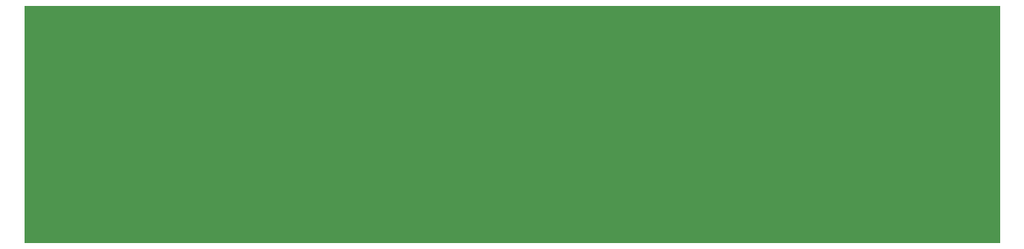
<source format=gtl>
G04 Layer: TopLayer*
G04 EasyEDA v6.4.31, 2022-02-20 19:53:06*
G04 0ed3418abafd4005aecf6b74550100da,e2c35ec14d3a475c8af15a16e8970ea9,10*
G04 Gerber Generator version 0.2*
G04 Scale: 100 percent, Rotated: No, Reflected: No *
G04 Dimensions in millimeters *
G04 leading zeros omitted , absolute positions ,4 integer and 5 decimal *
%FSLAX45Y45*%
%MOMM*%

%ADD11C,4.0000*%
%ADD12C,3.5000*%

%LPD*%
G36*
X0Y0D02*
G01*
X11100003Y0D01*
X11100003Y-2699994D01*
X0Y-2699994D01*
G37*
D11*
G01*
X350012Y-1350010D03*
G01*
X10749991Y-1350010D03*
D12*
G01*
X6064605Y-1193800D03*
G01*
X8864600Y-1193800D03*
M02*

</source>
